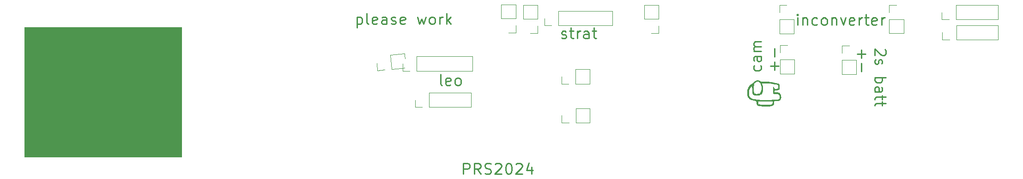
<source format=gbr>
%TF.GenerationSoftware,KiCad,Pcbnew,8.0.0*%
%TF.CreationDate,2024-10-27T16:20:46-07:00*%
%TF.ProjectId,sled,736c6564-2e6b-4696-9361-645f70636258,rev?*%
%TF.SameCoordinates,Original*%
%TF.FileFunction,Legend,Top*%
%TF.FilePolarity,Positive*%
%FSLAX46Y46*%
G04 Gerber Fmt 4.6, Leading zero omitted, Abs format (unit mm)*
G04 Created by KiCad (PCBNEW 8.0.0) date 2024-10-27 16:20:46*
%MOMM*%
%LPD*%
G01*
G04 APERTURE LIST*
G04 Aperture macros list*
%AMHorizOval*
0 Thick line with rounded ends*
0 $1 width*
0 $2 $3 position (X,Y) of the first rounded end (center of the circle)*
0 $4 $5 position (X,Y) of the second rounded end (center of the circle)*
0 Add line between two ends*
20,1,$1,$2,$3,$4,$5,0*
0 Add two circle primitives to create the rounded ends*
1,1,$1,$2,$3*
1,1,$1,$4,$5*%
%AMRotRect*
0 Rectangle, with rotation*
0 The origin of the aperture is its center*
0 $1 length*
0 $2 width*
0 $3 Rotation angle, in degrees counterclockwise*
0 Add horizontal line*
21,1,$1,$2,0,0,$3*%
G04 Aperture macros list end*
%ADD10C,0.250000*%
%ADD11C,0.100000*%
%ADD12C,0.000000*%
%ADD13C,0.120000*%
%ADD14R,1.700000X1.700000*%
%ADD15O,1.700000X1.700000*%
%ADD16C,3.400000*%
%ADD17C,1.000000*%
%ADD18C,2.500000*%
%ADD19RotRect,1.700000X1.700000X95.000000*%
%ADD20HorizOval,1.700000X0.000000X0.000000X0.000000X0.000000X0*%
G04 APERTURE END LIST*
D10*
X209987173Y-61045425D02*
X210082411Y-61140663D01*
X210082411Y-61140663D02*
X210177649Y-61331139D01*
X210177649Y-61331139D02*
X210177649Y-61807330D01*
X210177649Y-61807330D02*
X210082411Y-61997806D01*
X210082411Y-61997806D02*
X209987173Y-62093044D01*
X209987173Y-62093044D02*
X209796697Y-62188282D01*
X209796697Y-62188282D02*
X209606221Y-62188282D01*
X209606221Y-62188282D02*
X209320507Y-62093044D01*
X209320507Y-62093044D02*
X208177649Y-60950187D01*
X208177649Y-60950187D02*
X208177649Y-62188282D01*
X208272888Y-62950187D02*
X208177649Y-63140663D01*
X208177649Y-63140663D02*
X208177649Y-63521615D01*
X208177649Y-63521615D02*
X208272888Y-63712092D01*
X208272888Y-63712092D02*
X208463364Y-63807330D01*
X208463364Y-63807330D02*
X208558602Y-63807330D01*
X208558602Y-63807330D02*
X208749078Y-63712092D01*
X208749078Y-63712092D02*
X208844316Y-63521615D01*
X208844316Y-63521615D02*
X208844316Y-63235901D01*
X208844316Y-63235901D02*
X208939554Y-63045425D01*
X208939554Y-63045425D02*
X209130030Y-62950187D01*
X209130030Y-62950187D02*
X209225268Y-62950187D01*
X209225268Y-62950187D02*
X209415745Y-63045425D01*
X209415745Y-63045425D02*
X209510983Y-63235901D01*
X209510983Y-63235901D02*
X209510983Y-63521615D01*
X209510983Y-63521615D02*
X209415745Y-63712092D01*
X208177649Y-66188283D02*
X210177649Y-66188283D01*
X209415745Y-66188283D02*
X209510983Y-66378759D01*
X209510983Y-66378759D02*
X209510983Y-66759712D01*
X209510983Y-66759712D02*
X209415745Y-66950188D01*
X209415745Y-66950188D02*
X209320507Y-67045426D01*
X209320507Y-67045426D02*
X209130030Y-67140664D01*
X209130030Y-67140664D02*
X208558602Y-67140664D01*
X208558602Y-67140664D02*
X208368126Y-67045426D01*
X208368126Y-67045426D02*
X208272888Y-66950188D01*
X208272888Y-66950188D02*
X208177649Y-66759712D01*
X208177649Y-66759712D02*
X208177649Y-66378759D01*
X208177649Y-66378759D02*
X208272888Y-66188283D01*
X208177649Y-68854950D02*
X209225268Y-68854950D01*
X209225268Y-68854950D02*
X209415745Y-68759712D01*
X209415745Y-68759712D02*
X209510983Y-68569236D01*
X209510983Y-68569236D02*
X209510983Y-68188283D01*
X209510983Y-68188283D02*
X209415745Y-67997807D01*
X208272888Y-68854950D02*
X208177649Y-68664474D01*
X208177649Y-68664474D02*
X208177649Y-68188283D01*
X208177649Y-68188283D02*
X208272888Y-67997807D01*
X208272888Y-67997807D02*
X208463364Y-67902569D01*
X208463364Y-67902569D02*
X208653840Y-67902569D01*
X208653840Y-67902569D02*
X208844316Y-67997807D01*
X208844316Y-67997807D02*
X208939554Y-68188283D01*
X208939554Y-68188283D02*
X208939554Y-68664474D01*
X208939554Y-68664474D02*
X209034792Y-68854950D01*
X209510983Y-69521617D02*
X209510983Y-70283521D01*
X210177649Y-69807331D02*
X208463364Y-69807331D01*
X208463364Y-69807331D02*
X208272888Y-69902569D01*
X208272888Y-69902569D02*
X208177649Y-70093045D01*
X208177649Y-70093045D02*
X208177649Y-70283521D01*
X209510983Y-70664474D02*
X209510983Y-71426378D01*
X210177649Y-70950188D02*
X208463364Y-70950188D01*
X208463364Y-70950188D02*
X208272888Y-71045426D01*
X208272888Y-71045426D02*
X208177649Y-71235902D01*
X208177649Y-71235902D02*
X208177649Y-71426378D01*
X205719666Y-61140663D02*
X205719666Y-62664473D01*
X204957761Y-61902568D02*
X206481571Y-61902568D01*
X205719666Y-63616853D02*
X205719666Y-65140663D01*
X187197312Y-64038393D02*
X187292550Y-64228869D01*
X187292550Y-64228869D02*
X187292550Y-64609822D01*
X187292550Y-64609822D02*
X187197312Y-64800298D01*
X187197312Y-64800298D02*
X187102073Y-64895536D01*
X187102073Y-64895536D02*
X186911597Y-64990774D01*
X186911597Y-64990774D02*
X186340169Y-64990774D01*
X186340169Y-64990774D02*
X186149692Y-64895536D01*
X186149692Y-64895536D02*
X186054454Y-64800298D01*
X186054454Y-64800298D02*
X185959216Y-64609822D01*
X185959216Y-64609822D02*
X185959216Y-64228869D01*
X185959216Y-64228869D02*
X186054454Y-64038393D01*
X187292550Y-62324107D02*
X186244931Y-62324107D01*
X186244931Y-62324107D02*
X186054454Y-62419345D01*
X186054454Y-62419345D02*
X185959216Y-62609821D01*
X185959216Y-62609821D02*
X185959216Y-62990774D01*
X185959216Y-62990774D02*
X186054454Y-63181250D01*
X187197312Y-62324107D02*
X187292550Y-62514583D01*
X187292550Y-62514583D02*
X187292550Y-62990774D01*
X187292550Y-62990774D02*
X187197312Y-63181250D01*
X187197312Y-63181250D02*
X187006835Y-63276488D01*
X187006835Y-63276488D02*
X186816359Y-63276488D01*
X186816359Y-63276488D02*
X186625883Y-63181250D01*
X186625883Y-63181250D02*
X186530645Y-62990774D01*
X186530645Y-62990774D02*
X186530645Y-62514583D01*
X186530645Y-62514583D02*
X186435407Y-62324107D01*
X187292550Y-61371726D02*
X185959216Y-61371726D01*
X186149692Y-61371726D02*
X186054454Y-61276488D01*
X186054454Y-61276488D02*
X185959216Y-61086012D01*
X185959216Y-61086012D02*
X185959216Y-60800297D01*
X185959216Y-60800297D02*
X186054454Y-60609821D01*
X186054454Y-60609821D02*
X186244931Y-60514583D01*
X186244931Y-60514583D02*
X187292550Y-60514583D01*
X186244931Y-60514583D02*
X186054454Y-60419345D01*
X186054454Y-60419345D02*
X185959216Y-60228869D01*
X185959216Y-60228869D02*
X185959216Y-59943155D01*
X185959216Y-59943155D02*
X186054454Y-59752678D01*
X186054454Y-59752678D02*
X186244931Y-59657440D01*
X186244931Y-59657440D02*
X187292550Y-59657440D01*
X189750533Y-64895536D02*
X189750533Y-63371727D01*
X190512438Y-64133631D02*
X188988628Y-64133631D01*
X189750533Y-62419346D02*
X189750533Y-60895537D01*
X193970663Y-56592038D02*
X193970663Y-55258704D01*
X193970663Y-54592038D02*
X193875425Y-54687276D01*
X193875425Y-54687276D02*
X193970663Y-54782514D01*
X193970663Y-54782514D02*
X194065901Y-54687276D01*
X194065901Y-54687276D02*
X193970663Y-54592038D01*
X193970663Y-54592038D02*
X193970663Y-54782514D01*
X194923044Y-55258704D02*
X194923044Y-56592038D01*
X194923044Y-55449180D02*
X195018282Y-55353942D01*
X195018282Y-55353942D02*
X195208758Y-55258704D01*
X195208758Y-55258704D02*
X195494473Y-55258704D01*
X195494473Y-55258704D02*
X195684949Y-55353942D01*
X195684949Y-55353942D02*
X195780187Y-55544419D01*
X195780187Y-55544419D02*
X195780187Y-56592038D01*
X197589711Y-56496800D02*
X197399235Y-56592038D01*
X197399235Y-56592038D02*
X197018282Y-56592038D01*
X197018282Y-56592038D02*
X196827806Y-56496800D01*
X196827806Y-56496800D02*
X196732568Y-56401561D01*
X196732568Y-56401561D02*
X196637330Y-56211085D01*
X196637330Y-56211085D02*
X196637330Y-55639657D01*
X196637330Y-55639657D02*
X196732568Y-55449180D01*
X196732568Y-55449180D02*
X196827806Y-55353942D01*
X196827806Y-55353942D02*
X197018282Y-55258704D01*
X197018282Y-55258704D02*
X197399235Y-55258704D01*
X197399235Y-55258704D02*
X197589711Y-55353942D01*
X198732568Y-56592038D02*
X198542092Y-56496800D01*
X198542092Y-56496800D02*
X198446854Y-56401561D01*
X198446854Y-56401561D02*
X198351616Y-56211085D01*
X198351616Y-56211085D02*
X198351616Y-55639657D01*
X198351616Y-55639657D02*
X198446854Y-55449180D01*
X198446854Y-55449180D02*
X198542092Y-55353942D01*
X198542092Y-55353942D02*
X198732568Y-55258704D01*
X198732568Y-55258704D02*
X199018283Y-55258704D01*
X199018283Y-55258704D02*
X199208759Y-55353942D01*
X199208759Y-55353942D02*
X199303997Y-55449180D01*
X199303997Y-55449180D02*
X199399235Y-55639657D01*
X199399235Y-55639657D02*
X199399235Y-56211085D01*
X199399235Y-56211085D02*
X199303997Y-56401561D01*
X199303997Y-56401561D02*
X199208759Y-56496800D01*
X199208759Y-56496800D02*
X199018283Y-56592038D01*
X199018283Y-56592038D02*
X198732568Y-56592038D01*
X200256378Y-55258704D02*
X200256378Y-56592038D01*
X200256378Y-55449180D02*
X200351616Y-55353942D01*
X200351616Y-55353942D02*
X200542092Y-55258704D01*
X200542092Y-55258704D02*
X200827807Y-55258704D01*
X200827807Y-55258704D02*
X201018283Y-55353942D01*
X201018283Y-55353942D02*
X201113521Y-55544419D01*
X201113521Y-55544419D02*
X201113521Y-56592038D01*
X201875426Y-55258704D02*
X202351616Y-56592038D01*
X202351616Y-56592038D02*
X202827807Y-55258704D01*
X204351617Y-56496800D02*
X204161141Y-56592038D01*
X204161141Y-56592038D02*
X203780188Y-56592038D01*
X203780188Y-56592038D02*
X203589712Y-56496800D01*
X203589712Y-56496800D02*
X203494474Y-56306323D01*
X203494474Y-56306323D02*
X203494474Y-55544419D01*
X203494474Y-55544419D02*
X203589712Y-55353942D01*
X203589712Y-55353942D02*
X203780188Y-55258704D01*
X203780188Y-55258704D02*
X204161141Y-55258704D01*
X204161141Y-55258704D02*
X204351617Y-55353942D01*
X204351617Y-55353942D02*
X204446855Y-55544419D01*
X204446855Y-55544419D02*
X204446855Y-55734895D01*
X204446855Y-55734895D02*
X203494474Y-55925371D01*
X205303998Y-56592038D02*
X205303998Y-55258704D01*
X205303998Y-55639657D02*
X205399236Y-55449180D01*
X205399236Y-55449180D02*
X205494474Y-55353942D01*
X205494474Y-55353942D02*
X205684950Y-55258704D01*
X205684950Y-55258704D02*
X205875427Y-55258704D01*
X206256379Y-55258704D02*
X207018283Y-55258704D01*
X206542093Y-54592038D02*
X206542093Y-56306323D01*
X206542093Y-56306323D02*
X206637331Y-56496800D01*
X206637331Y-56496800D02*
X206827807Y-56592038D01*
X206827807Y-56592038D02*
X207018283Y-56592038D01*
X208446855Y-56496800D02*
X208256379Y-56592038D01*
X208256379Y-56592038D02*
X207875426Y-56592038D01*
X207875426Y-56592038D02*
X207684950Y-56496800D01*
X207684950Y-56496800D02*
X207589712Y-56306323D01*
X207589712Y-56306323D02*
X207589712Y-55544419D01*
X207589712Y-55544419D02*
X207684950Y-55353942D01*
X207684950Y-55353942D02*
X207875426Y-55258704D01*
X207875426Y-55258704D02*
X208256379Y-55258704D01*
X208256379Y-55258704D02*
X208446855Y-55353942D01*
X208446855Y-55353942D02*
X208542093Y-55544419D01*
X208542093Y-55544419D02*
X208542093Y-55734895D01*
X208542093Y-55734895D02*
X207589712Y-55925371D01*
X209399236Y-56592038D02*
X209399236Y-55258704D01*
X209399236Y-55639657D02*
X209494474Y-55449180D01*
X209494474Y-55449180D02*
X209589712Y-55353942D01*
X209589712Y-55353942D02*
X209780188Y-55258704D01*
X209780188Y-55258704D02*
X209970665Y-55258704D01*
X150745425Y-58947000D02*
X150935901Y-59042238D01*
X150935901Y-59042238D02*
X151316853Y-59042238D01*
X151316853Y-59042238D02*
X151507330Y-58947000D01*
X151507330Y-58947000D02*
X151602568Y-58756523D01*
X151602568Y-58756523D02*
X151602568Y-58661285D01*
X151602568Y-58661285D02*
X151507330Y-58470809D01*
X151507330Y-58470809D02*
X151316853Y-58375571D01*
X151316853Y-58375571D02*
X151031139Y-58375571D01*
X151031139Y-58375571D02*
X150840663Y-58280333D01*
X150840663Y-58280333D02*
X150745425Y-58089857D01*
X150745425Y-58089857D02*
X150745425Y-57994619D01*
X150745425Y-57994619D02*
X150840663Y-57804142D01*
X150840663Y-57804142D02*
X151031139Y-57708904D01*
X151031139Y-57708904D02*
X151316853Y-57708904D01*
X151316853Y-57708904D02*
X151507330Y-57804142D01*
X152173997Y-57708904D02*
X152935901Y-57708904D01*
X152459711Y-57042238D02*
X152459711Y-58756523D01*
X152459711Y-58756523D02*
X152554949Y-58947000D01*
X152554949Y-58947000D02*
X152745425Y-59042238D01*
X152745425Y-59042238D02*
X152935901Y-59042238D01*
X153602568Y-59042238D02*
X153602568Y-57708904D01*
X153602568Y-58089857D02*
X153697806Y-57899380D01*
X153697806Y-57899380D02*
X153793044Y-57804142D01*
X153793044Y-57804142D02*
X153983520Y-57708904D01*
X153983520Y-57708904D02*
X154173997Y-57708904D01*
X155697806Y-59042238D02*
X155697806Y-57994619D01*
X155697806Y-57994619D02*
X155602568Y-57804142D01*
X155602568Y-57804142D02*
X155412092Y-57708904D01*
X155412092Y-57708904D02*
X155031139Y-57708904D01*
X155031139Y-57708904D02*
X154840663Y-57804142D01*
X155697806Y-58947000D02*
X155507330Y-59042238D01*
X155507330Y-59042238D02*
X155031139Y-59042238D01*
X155031139Y-59042238D02*
X154840663Y-58947000D01*
X154840663Y-58947000D02*
X154745425Y-58756523D01*
X154745425Y-58756523D02*
X154745425Y-58566047D01*
X154745425Y-58566047D02*
X154840663Y-58375571D01*
X154840663Y-58375571D02*
X155031139Y-58280333D01*
X155031139Y-58280333D02*
X155507330Y-58280333D01*
X155507330Y-58280333D02*
X155697806Y-58185095D01*
X156364473Y-57708904D02*
X157126377Y-57708904D01*
X156650187Y-57042238D02*
X156650187Y-58756523D01*
X156650187Y-58756523D02*
X156745425Y-58947000D01*
X156745425Y-58947000D02*
X156935901Y-59042238D01*
X156935901Y-59042238D02*
X157126377Y-59042238D01*
X128826377Y-67642238D02*
X128635901Y-67547000D01*
X128635901Y-67547000D02*
X128540663Y-67356523D01*
X128540663Y-67356523D02*
X128540663Y-65642238D01*
X130350187Y-67547000D02*
X130159711Y-67642238D01*
X130159711Y-67642238D02*
X129778758Y-67642238D01*
X129778758Y-67642238D02*
X129588282Y-67547000D01*
X129588282Y-67547000D02*
X129493044Y-67356523D01*
X129493044Y-67356523D02*
X129493044Y-66594619D01*
X129493044Y-66594619D02*
X129588282Y-66404142D01*
X129588282Y-66404142D02*
X129778758Y-66308904D01*
X129778758Y-66308904D02*
X130159711Y-66308904D01*
X130159711Y-66308904D02*
X130350187Y-66404142D01*
X130350187Y-66404142D02*
X130445425Y-66594619D01*
X130445425Y-66594619D02*
X130445425Y-66785095D01*
X130445425Y-66785095D02*
X129493044Y-66975571D01*
X131588282Y-67642238D02*
X131397806Y-67547000D01*
X131397806Y-67547000D02*
X131302568Y-67451761D01*
X131302568Y-67451761D02*
X131207330Y-67261285D01*
X131207330Y-67261285D02*
X131207330Y-66689857D01*
X131207330Y-66689857D02*
X131302568Y-66499380D01*
X131302568Y-66499380D02*
X131397806Y-66404142D01*
X131397806Y-66404142D02*
X131588282Y-66308904D01*
X131588282Y-66308904D02*
X131873997Y-66308904D01*
X131873997Y-66308904D02*
X132064473Y-66404142D01*
X132064473Y-66404142D02*
X132159711Y-66499380D01*
X132159711Y-66499380D02*
X132254949Y-66689857D01*
X132254949Y-66689857D02*
X132254949Y-67261285D01*
X132254949Y-67261285D02*
X132159711Y-67451761D01*
X132159711Y-67451761D02*
X132064473Y-67547000D01*
X132064473Y-67547000D02*
X131873997Y-67642238D01*
X131873997Y-67642238D02*
X131588282Y-67642238D01*
D11*
X52300000Y-57000000D02*
X81100000Y-57000000D01*
X81100000Y-80800000D01*
X52300000Y-80800000D01*
X52300000Y-57000000D01*
G36*
X52300000Y-57000000D02*
G01*
X81100000Y-57000000D01*
X81100000Y-80800000D01*
X52300000Y-80800000D01*
X52300000Y-57000000D01*
G37*
D10*
X113240663Y-55108904D02*
X113240663Y-57108904D01*
X113240663Y-55204142D02*
X113431139Y-55108904D01*
X113431139Y-55108904D02*
X113812092Y-55108904D01*
X113812092Y-55108904D02*
X114002568Y-55204142D01*
X114002568Y-55204142D02*
X114097806Y-55299380D01*
X114097806Y-55299380D02*
X114193044Y-55489857D01*
X114193044Y-55489857D02*
X114193044Y-56061285D01*
X114193044Y-56061285D02*
X114097806Y-56251761D01*
X114097806Y-56251761D02*
X114002568Y-56347000D01*
X114002568Y-56347000D02*
X113812092Y-56442238D01*
X113812092Y-56442238D02*
X113431139Y-56442238D01*
X113431139Y-56442238D02*
X113240663Y-56347000D01*
X115335901Y-56442238D02*
X115145425Y-56347000D01*
X115145425Y-56347000D02*
X115050187Y-56156523D01*
X115050187Y-56156523D02*
X115050187Y-54442238D01*
X116859711Y-56347000D02*
X116669235Y-56442238D01*
X116669235Y-56442238D02*
X116288282Y-56442238D01*
X116288282Y-56442238D02*
X116097806Y-56347000D01*
X116097806Y-56347000D02*
X116002568Y-56156523D01*
X116002568Y-56156523D02*
X116002568Y-55394619D01*
X116002568Y-55394619D02*
X116097806Y-55204142D01*
X116097806Y-55204142D02*
X116288282Y-55108904D01*
X116288282Y-55108904D02*
X116669235Y-55108904D01*
X116669235Y-55108904D02*
X116859711Y-55204142D01*
X116859711Y-55204142D02*
X116954949Y-55394619D01*
X116954949Y-55394619D02*
X116954949Y-55585095D01*
X116954949Y-55585095D02*
X116002568Y-55775571D01*
X118669235Y-56442238D02*
X118669235Y-55394619D01*
X118669235Y-55394619D02*
X118573997Y-55204142D01*
X118573997Y-55204142D02*
X118383521Y-55108904D01*
X118383521Y-55108904D02*
X118002568Y-55108904D01*
X118002568Y-55108904D02*
X117812092Y-55204142D01*
X118669235Y-56347000D02*
X118478759Y-56442238D01*
X118478759Y-56442238D02*
X118002568Y-56442238D01*
X118002568Y-56442238D02*
X117812092Y-56347000D01*
X117812092Y-56347000D02*
X117716854Y-56156523D01*
X117716854Y-56156523D02*
X117716854Y-55966047D01*
X117716854Y-55966047D02*
X117812092Y-55775571D01*
X117812092Y-55775571D02*
X118002568Y-55680333D01*
X118002568Y-55680333D02*
X118478759Y-55680333D01*
X118478759Y-55680333D02*
X118669235Y-55585095D01*
X119526378Y-56347000D02*
X119716854Y-56442238D01*
X119716854Y-56442238D02*
X120097806Y-56442238D01*
X120097806Y-56442238D02*
X120288283Y-56347000D01*
X120288283Y-56347000D02*
X120383521Y-56156523D01*
X120383521Y-56156523D02*
X120383521Y-56061285D01*
X120383521Y-56061285D02*
X120288283Y-55870809D01*
X120288283Y-55870809D02*
X120097806Y-55775571D01*
X120097806Y-55775571D02*
X119812092Y-55775571D01*
X119812092Y-55775571D02*
X119621616Y-55680333D01*
X119621616Y-55680333D02*
X119526378Y-55489857D01*
X119526378Y-55489857D02*
X119526378Y-55394619D01*
X119526378Y-55394619D02*
X119621616Y-55204142D01*
X119621616Y-55204142D02*
X119812092Y-55108904D01*
X119812092Y-55108904D02*
X120097806Y-55108904D01*
X120097806Y-55108904D02*
X120288283Y-55204142D01*
X122002569Y-56347000D02*
X121812093Y-56442238D01*
X121812093Y-56442238D02*
X121431140Y-56442238D01*
X121431140Y-56442238D02*
X121240664Y-56347000D01*
X121240664Y-56347000D02*
X121145426Y-56156523D01*
X121145426Y-56156523D02*
X121145426Y-55394619D01*
X121145426Y-55394619D02*
X121240664Y-55204142D01*
X121240664Y-55204142D02*
X121431140Y-55108904D01*
X121431140Y-55108904D02*
X121812093Y-55108904D01*
X121812093Y-55108904D02*
X122002569Y-55204142D01*
X122002569Y-55204142D02*
X122097807Y-55394619D01*
X122097807Y-55394619D02*
X122097807Y-55585095D01*
X122097807Y-55585095D02*
X121145426Y-55775571D01*
X124288284Y-55108904D02*
X124669236Y-56442238D01*
X124669236Y-56442238D02*
X125050189Y-55489857D01*
X125050189Y-55489857D02*
X125431141Y-56442238D01*
X125431141Y-56442238D02*
X125812093Y-55108904D01*
X126859712Y-56442238D02*
X126669236Y-56347000D01*
X126669236Y-56347000D02*
X126573998Y-56251761D01*
X126573998Y-56251761D02*
X126478760Y-56061285D01*
X126478760Y-56061285D02*
X126478760Y-55489857D01*
X126478760Y-55489857D02*
X126573998Y-55299380D01*
X126573998Y-55299380D02*
X126669236Y-55204142D01*
X126669236Y-55204142D02*
X126859712Y-55108904D01*
X126859712Y-55108904D02*
X127145427Y-55108904D01*
X127145427Y-55108904D02*
X127335903Y-55204142D01*
X127335903Y-55204142D02*
X127431141Y-55299380D01*
X127431141Y-55299380D02*
X127526379Y-55489857D01*
X127526379Y-55489857D02*
X127526379Y-56061285D01*
X127526379Y-56061285D02*
X127431141Y-56251761D01*
X127431141Y-56251761D02*
X127335903Y-56347000D01*
X127335903Y-56347000D02*
X127145427Y-56442238D01*
X127145427Y-56442238D02*
X126859712Y-56442238D01*
X128383522Y-56442238D02*
X128383522Y-55108904D01*
X128383522Y-55489857D02*
X128478760Y-55299380D01*
X128478760Y-55299380D02*
X128573998Y-55204142D01*
X128573998Y-55204142D02*
X128764474Y-55108904D01*
X128764474Y-55108904D02*
X128954951Y-55108904D01*
X129621617Y-56442238D02*
X129621617Y-54442238D01*
X129812093Y-55680333D02*
X130383522Y-56442238D01*
X130383522Y-55108904D02*
X129621617Y-55870809D01*
X132740663Y-83942238D02*
X132740663Y-81942238D01*
X132740663Y-81942238D02*
X133502568Y-81942238D01*
X133502568Y-81942238D02*
X133693044Y-82037476D01*
X133693044Y-82037476D02*
X133788282Y-82132714D01*
X133788282Y-82132714D02*
X133883520Y-82323190D01*
X133883520Y-82323190D02*
X133883520Y-82608904D01*
X133883520Y-82608904D02*
X133788282Y-82799380D01*
X133788282Y-82799380D02*
X133693044Y-82894619D01*
X133693044Y-82894619D02*
X133502568Y-82989857D01*
X133502568Y-82989857D02*
X132740663Y-82989857D01*
X135883520Y-83942238D02*
X135216853Y-82989857D01*
X134740663Y-83942238D02*
X134740663Y-81942238D01*
X134740663Y-81942238D02*
X135502568Y-81942238D01*
X135502568Y-81942238D02*
X135693044Y-82037476D01*
X135693044Y-82037476D02*
X135788282Y-82132714D01*
X135788282Y-82132714D02*
X135883520Y-82323190D01*
X135883520Y-82323190D02*
X135883520Y-82608904D01*
X135883520Y-82608904D02*
X135788282Y-82799380D01*
X135788282Y-82799380D02*
X135693044Y-82894619D01*
X135693044Y-82894619D02*
X135502568Y-82989857D01*
X135502568Y-82989857D02*
X134740663Y-82989857D01*
X136645425Y-83847000D02*
X136931139Y-83942238D01*
X136931139Y-83942238D02*
X137407330Y-83942238D01*
X137407330Y-83942238D02*
X137597806Y-83847000D01*
X137597806Y-83847000D02*
X137693044Y-83751761D01*
X137693044Y-83751761D02*
X137788282Y-83561285D01*
X137788282Y-83561285D02*
X137788282Y-83370809D01*
X137788282Y-83370809D02*
X137693044Y-83180333D01*
X137693044Y-83180333D02*
X137597806Y-83085095D01*
X137597806Y-83085095D02*
X137407330Y-82989857D01*
X137407330Y-82989857D02*
X137026377Y-82894619D01*
X137026377Y-82894619D02*
X136835901Y-82799380D01*
X136835901Y-82799380D02*
X136740663Y-82704142D01*
X136740663Y-82704142D02*
X136645425Y-82513666D01*
X136645425Y-82513666D02*
X136645425Y-82323190D01*
X136645425Y-82323190D02*
X136740663Y-82132714D01*
X136740663Y-82132714D02*
X136835901Y-82037476D01*
X136835901Y-82037476D02*
X137026377Y-81942238D01*
X137026377Y-81942238D02*
X137502568Y-81942238D01*
X137502568Y-81942238D02*
X137788282Y-82037476D01*
X138550187Y-82132714D02*
X138645425Y-82037476D01*
X138645425Y-82037476D02*
X138835901Y-81942238D01*
X138835901Y-81942238D02*
X139312092Y-81942238D01*
X139312092Y-81942238D02*
X139502568Y-82037476D01*
X139502568Y-82037476D02*
X139597806Y-82132714D01*
X139597806Y-82132714D02*
X139693044Y-82323190D01*
X139693044Y-82323190D02*
X139693044Y-82513666D01*
X139693044Y-82513666D02*
X139597806Y-82799380D01*
X139597806Y-82799380D02*
X138454949Y-83942238D01*
X138454949Y-83942238D02*
X139693044Y-83942238D01*
X140931139Y-81942238D02*
X141121616Y-81942238D01*
X141121616Y-81942238D02*
X141312092Y-82037476D01*
X141312092Y-82037476D02*
X141407330Y-82132714D01*
X141407330Y-82132714D02*
X141502568Y-82323190D01*
X141502568Y-82323190D02*
X141597806Y-82704142D01*
X141597806Y-82704142D02*
X141597806Y-83180333D01*
X141597806Y-83180333D02*
X141502568Y-83561285D01*
X141502568Y-83561285D02*
X141407330Y-83751761D01*
X141407330Y-83751761D02*
X141312092Y-83847000D01*
X141312092Y-83847000D02*
X141121616Y-83942238D01*
X141121616Y-83942238D02*
X140931139Y-83942238D01*
X140931139Y-83942238D02*
X140740663Y-83847000D01*
X140740663Y-83847000D02*
X140645425Y-83751761D01*
X140645425Y-83751761D02*
X140550187Y-83561285D01*
X140550187Y-83561285D02*
X140454949Y-83180333D01*
X140454949Y-83180333D02*
X140454949Y-82704142D01*
X140454949Y-82704142D02*
X140550187Y-82323190D01*
X140550187Y-82323190D02*
X140645425Y-82132714D01*
X140645425Y-82132714D02*
X140740663Y-82037476D01*
X140740663Y-82037476D02*
X140931139Y-81942238D01*
X142359711Y-82132714D02*
X142454949Y-82037476D01*
X142454949Y-82037476D02*
X142645425Y-81942238D01*
X142645425Y-81942238D02*
X143121616Y-81942238D01*
X143121616Y-81942238D02*
X143312092Y-82037476D01*
X143312092Y-82037476D02*
X143407330Y-82132714D01*
X143407330Y-82132714D02*
X143502568Y-82323190D01*
X143502568Y-82323190D02*
X143502568Y-82513666D01*
X143502568Y-82513666D02*
X143407330Y-82799380D01*
X143407330Y-82799380D02*
X142264473Y-83942238D01*
X142264473Y-83942238D02*
X143502568Y-83942238D01*
X145216854Y-82608904D02*
X145216854Y-83942238D01*
X144740663Y-81847000D02*
X144264473Y-83275571D01*
X144264473Y-83275571D02*
X145502568Y-83275571D01*
D12*
%TO.C,G\u002A\u002A\u002A*%
G36*
X186802256Y-66741836D02*
G01*
X187032864Y-66804462D01*
X187096163Y-66832175D01*
X187196831Y-66884392D01*
X187270891Y-66931442D01*
X187304344Y-66964258D01*
X187304994Y-66967437D01*
X187321111Y-66979951D01*
X187373241Y-66987985D01*
X187467052Y-66991674D01*
X187608216Y-66991154D01*
X187802399Y-66986560D01*
X187931486Y-66982427D01*
X188148996Y-66975504D01*
X188318204Y-66972010D01*
X188452625Y-66972694D01*
X188565775Y-66978306D01*
X188671169Y-66989594D01*
X188782323Y-67007308D01*
X188912752Y-67032195D01*
X188944702Y-67038573D01*
X189118756Y-67072196D01*
X189330736Y-67111229D01*
X189557437Y-67151501D01*
X189775655Y-67188842D01*
X189841900Y-67199819D01*
X190108407Y-67248198D01*
X190318286Y-67297263D01*
X190476771Y-67348869D01*
X190589098Y-67404875D01*
X190660504Y-67467138D01*
X190680465Y-67497288D01*
X190696536Y-67555274D01*
X190711650Y-67659146D01*
X190723873Y-67792922D01*
X190730134Y-67907256D01*
X190733535Y-68101841D01*
X190723106Y-68246191D01*
X190693901Y-68351305D01*
X190640971Y-68428184D01*
X190559370Y-68487827D01*
X190445189Y-68540816D01*
X190296736Y-68589644D01*
X190146925Y-68611276D01*
X190035262Y-68613790D01*
X189917170Y-68614834D01*
X189848566Y-68622447D01*
X189817187Y-68639289D01*
X189810622Y-68662499D01*
X189805478Y-68726660D01*
X189793393Y-68815210D01*
X189791898Y-68824407D01*
X189773515Y-68935537D01*
X190140290Y-68955074D01*
X190346022Y-68968377D01*
X190500221Y-68985306D01*
X190613223Y-69008933D01*
X190695369Y-69042333D01*
X190756996Y-69088580D01*
X190808445Y-69150748D01*
X190811055Y-69154503D01*
X190934701Y-69379418D01*
X190997904Y-69610855D01*
X191001239Y-69853103D01*
X190945281Y-70110451D01*
X190940994Y-70123618D01*
X190896142Y-70243013D01*
X190848315Y-70344515D01*
X190806714Y-70409001D01*
X190800758Y-70415056D01*
X190745705Y-70441493D01*
X190642688Y-70471183D01*
X190505358Y-70501697D01*
X190347368Y-70530609D01*
X190182366Y-70555490D01*
X190024005Y-70573911D01*
X189885936Y-70583446D01*
X189849635Y-70584217D01*
X189718149Y-70585018D01*
X189717121Y-70840256D01*
X189714225Y-70973710D01*
X189703832Y-71065358D01*
X189681440Y-71135196D01*
X189642547Y-71203222D01*
X189631796Y-71219245D01*
X189545942Y-71318378D01*
X189433670Y-71395945D01*
X189285427Y-71456170D01*
X189091658Y-71503277D01*
X188928894Y-71529990D01*
X188789214Y-71547171D01*
X188647426Y-71558339D01*
X188494794Y-71563299D01*
X188484775Y-71563215D01*
X188322580Y-71561859D01*
X188122047Y-71553828D01*
X187884458Y-71539011D01*
X187601077Y-71517216D01*
X187338729Y-71494907D01*
X187091534Y-71470089D01*
X186898898Y-71440394D01*
X186753505Y-71400245D01*
X186648041Y-71344062D01*
X186575191Y-71266267D01*
X186527643Y-71161281D01*
X186498081Y-71023526D01*
X186479192Y-70847424D01*
X186478499Y-70838806D01*
X186477544Y-70831962D01*
X186779050Y-70831962D01*
X186787640Y-70953274D01*
X186820377Y-71037302D01*
X186887714Y-71094882D01*
X187000100Y-71136850D01*
X187094785Y-71159316D01*
X187263203Y-71187282D01*
X187477774Y-71211316D01*
X187722857Y-71230690D01*
X187982811Y-71244679D01*
X188241998Y-71252553D01*
X188484775Y-71253586D01*
X188695503Y-71247049D01*
X188803864Y-71238809D01*
X188992999Y-71217727D01*
X189130343Y-71196748D01*
X189225905Y-71172855D01*
X189289690Y-71143033D01*
X189331706Y-71104268D01*
X189351573Y-71073771D01*
X189376189Y-71005792D01*
X189400220Y-70903497D01*
X189418898Y-70793055D01*
X189427457Y-70700634D01*
X189425922Y-70665702D01*
X189395198Y-70654998D01*
X189316436Y-70648879D01*
X189203352Y-70648058D01*
X189128864Y-70650233D01*
X189025212Y-70653109D01*
X188869860Y-70655522D01*
X188672980Y-70657403D01*
X188444747Y-70658688D01*
X188362151Y-70658894D01*
X188195333Y-70659309D01*
X187934914Y-70659200D01*
X187807735Y-70658864D01*
X186779050Y-70655365D01*
X186779050Y-70831962D01*
X186477544Y-70831962D01*
X186457634Y-70689326D01*
X186419760Y-70592398D01*
X186359310Y-70539767D01*
X186270717Y-70523174D01*
X186265658Y-70523143D01*
X186179424Y-70513031D01*
X186051268Y-70485739D01*
X185897198Y-70445828D01*
X185733220Y-70397859D01*
X185575342Y-70346395D01*
X185439572Y-70295996D01*
X185382359Y-70271419D01*
X185223197Y-70185553D01*
X185097747Y-70084770D01*
X184990959Y-69953963D01*
X184887784Y-69778024D01*
X184884415Y-69771560D01*
X184846821Y-69697261D01*
X184819842Y-69633710D01*
X184801426Y-69568292D01*
X184789522Y-69488389D01*
X184782081Y-69381385D01*
X184780250Y-69327968D01*
X185089269Y-69327968D01*
X185098656Y-69449087D01*
X185121930Y-69547802D01*
X185161941Y-69637194D01*
X185221541Y-69730342D01*
X185286373Y-69817840D01*
X185396528Y-69932907D01*
X185541390Y-70032231D01*
X185724414Y-70116595D01*
X185949053Y-70186779D01*
X186218761Y-70243565D01*
X186536991Y-70287734D01*
X186907197Y-70320067D01*
X187332833Y-70341346D01*
X187636701Y-70349539D01*
X188000656Y-70354197D01*
X188362151Y-70354256D01*
X188715547Y-70350032D01*
X189055206Y-70341837D01*
X189375488Y-70329988D01*
X189670755Y-70314797D01*
X189935366Y-70296579D01*
X190163683Y-70275649D01*
X190350068Y-70252320D01*
X190488880Y-70226908D01*
X190574481Y-70199725D01*
X190596450Y-70184590D01*
X190665668Y-70062109D01*
X190700367Y-69905097D01*
X190699673Y-69730946D01*
X190662716Y-69557050D01*
X190631811Y-69478716D01*
X190563618Y-69361228D01*
X190483674Y-69292428D01*
X190377387Y-69264922D01*
X190230167Y-69271316D01*
X190224084Y-69272064D01*
X190113438Y-69277648D01*
X189978711Y-69272491D01*
X189835709Y-69258713D01*
X189700241Y-69238432D01*
X189588113Y-69213770D01*
X189515133Y-69186846D01*
X189499552Y-69174896D01*
X189485108Y-69138409D01*
X189479989Y-69069074D01*
X189484246Y-68958079D01*
X189497932Y-68796611D01*
X189502028Y-68755284D01*
X189520680Y-68484652D01*
X189521081Y-68235097D01*
X189503576Y-68020869D01*
X189481254Y-67901157D01*
X189476296Y-67842840D01*
X189498065Y-67829106D01*
X189539555Y-67852670D01*
X189593760Y-67906244D01*
X189653673Y-67982541D01*
X189712288Y-68074273D01*
X189762600Y-68174153D01*
X189776353Y-68208098D01*
X189802919Y-68257342D01*
X189847495Y-68286647D01*
X189927964Y-68305139D01*
X189980688Y-68312369D01*
X190128339Y-68314963D01*
X190268382Y-68289727D01*
X190383842Y-68241784D01*
X190457745Y-68176255D01*
X190463419Y-68166704D01*
X190479999Y-68093331D01*
X190481414Y-67969414D01*
X190474636Y-67872661D01*
X190461551Y-67752250D01*
X190445622Y-67676957D01*
X190420087Y-67630147D01*
X190378186Y-67595187D01*
X190356210Y-67581333D01*
X190261845Y-67542167D01*
X190134120Y-67524309D01*
X190054621Y-67522284D01*
X189922084Y-67514530D01*
X189791632Y-67494597D01*
X189714304Y-67474111D01*
X189620056Y-67447050D01*
X189488498Y-67417358D01*
X189343691Y-67390312D01*
X189300487Y-67383384D01*
X189137998Y-67358293D01*
X188963459Y-67331046D01*
X188810703Y-67306927D01*
X188790012Y-67303626D01*
X188706977Y-67295414D01*
X188583310Y-67289545D01*
X188430433Y-67285919D01*
X188259767Y-67284438D01*
X188082735Y-67285002D01*
X187910758Y-67287514D01*
X187755256Y-67291873D01*
X187627652Y-67297982D01*
X187539367Y-67305740D01*
X187502066Y-67314783D01*
X187505479Y-67346243D01*
X187521813Y-67422068D01*
X187547715Y-67526926D01*
X187552587Y-67545619D01*
X187582796Y-67674496D01*
X187616238Y-67839008D01*
X187647866Y-68013472D01*
X187663568Y-68110268D01*
X187692487Y-68371110D01*
X187690536Y-68592911D01*
X187656151Y-68791122D01*
X187587768Y-68981199D01*
X187571991Y-69015193D01*
X187496804Y-69156188D01*
X187421378Y-69255015D01*
X187329735Y-69329344D01*
X187243989Y-69377997D01*
X187083454Y-69453447D01*
X186942952Y-69501238D01*
X186798281Y-69526906D01*
X186625242Y-69535987D01*
X186552013Y-69536264D01*
X186524238Y-69535813D01*
X186361715Y-69533176D01*
X186220277Y-69523627D01*
X186114760Y-69504264D01*
X186032228Y-69471732D01*
X185959742Y-69422676D01*
X185897469Y-69366552D01*
X185833567Y-69300919D01*
X185790727Y-69241437D01*
X185760933Y-69170229D01*
X185736174Y-69069418D01*
X185715571Y-68960780D01*
X185688932Y-68761693D01*
X185671777Y-68518031D01*
X185665564Y-68259511D01*
X185938227Y-68259511D01*
X185944171Y-68533385D01*
X185965303Y-68752666D01*
X186003862Y-68923269D01*
X186062086Y-69051106D01*
X186142211Y-69142091D01*
X186246476Y-69202137D01*
X186301951Y-69220662D01*
X186524238Y-69252591D01*
X186738136Y-69227297D01*
X186935099Y-69149434D01*
X187106584Y-69023656D01*
X187244047Y-68854616D01*
X187335466Y-68657806D01*
X187376963Y-68458801D01*
X187387238Y-68221864D01*
X187366722Y-67962226D01*
X187315848Y-67695122D01*
X187307223Y-67661389D01*
X187234057Y-67434568D01*
X187146895Y-67262384D01*
X187041714Y-67138407D01*
X186934559Y-67065834D01*
X186827632Y-67023460D01*
X186720654Y-66998787D01*
X186685755Y-66996224D01*
X186554526Y-67019258D01*
X186409657Y-67080238D01*
X186273783Y-67166979D01*
X186169535Y-67267299D01*
X186160864Y-67278786D01*
X186072336Y-67442205D01*
X186004441Y-67655241D01*
X185959322Y-67908462D01*
X185939120Y-68192438D01*
X185938227Y-68259511D01*
X185665564Y-68259511D01*
X185665252Y-68246529D01*
X185665223Y-68226005D01*
X185663764Y-68065987D01*
X185659704Y-67930539D01*
X185653590Y-67830433D01*
X185645969Y-67776442D01*
X185642083Y-67770057D01*
X185587554Y-67795907D01*
X185513223Y-67864114D01*
X185428938Y-67962723D01*
X185344542Y-68079778D01*
X185269883Y-68203327D01*
X185244520Y-68252778D01*
X185199118Y-68349066D01*
X185166487Y-68428829D01*
X185143761Y-68506289D01*
X185128072Y-68595668D01*
X185116557Y-68711187D01*
X185106348Y-68867067D01*
X185100749Y-68966194D01*
X185090916Y-69171363D01*
X185089269Y-69327968D01*
X184780250Y-69327968D01*
X184777051Y-69234663D01*
X184773601Y-69089822D01*
X184770530Y-68873929D01*
X184774320Y-68704164D01*
X184787967Y-68564903D01*
X184814466Y-68440518D01*
X184856812Y-68315385D01*
X184918002Y-68173878D01*
X184970329Y-68063581D01*
X185104401Y-67824010D01*
X185255546Y-67620510D01*
X185417167Y-67459995D01*
X185582665Y-67349379D01*
X185692821Y-67306519D01*
X185783046Y-67266083D01*
X185880040Y-67187472D01*
X185970250Y-67091222D01*
X186157494Y-66915547D01*
X186360974Y-66798206D01*
X186577093Y-66740027D01*
X186802256Y-66741836D01*
G37*
D13*
%TO.C,SW1*%
X220498200Y-59292800D02*
X220498200Y-57962800D01*
X221828200Y-59292800D02*
X220498200Y-59292800D01*
X223098200Y-56632800D02*
X230778200Y-56632800D01*
X223098200Y-59292800D02*
X223098200Y-56632800D01*
X223098200Y-59292800D02*
X230778200Y-59292800D01*
X230778200Y-59292800D02*
X230778200Y-56632800D01*
%TO.C,J11*%
X150734800Y-74537800D02*
X150734800Y-73207800D01*
X152064800Y-74537800D02*
X150734800Y-74537800D01*
X153334800Y-71877800D02*
X155934800Y-71877800D01*
X153334800Y-74537800D02*
X153334800Y-71877800D01*
X153334800Y-74537800D02*
X155934800Y-74537800D01*
X155934800Y-74537800D02*
X155934800Y-71877800D01*
%TO.C,J2*%
X123866600Y-71662600D02*
X123866600Y-70332600D01*
X125196600Y-71662600D02*
X123866600Y-71662600D01*
X126466600Y-69002600D02*
X134146600Y-69002600D01*
X126466600Y-71662600D02*
X126466600Y-69002600D01*
X126466600Y-71662600D02*
X134146600Y-71662600D01*
X134146600Y-71662600D02*
X134146600Y-69002600D01*
%TO.C,J1*%
X121585600Y-65002800D02*
X121585600Y-63672800D01*
X122915600Y-65002800D02*
X121585600Y-65002800D01*
X124185600Y-62342800D02*
X134405600Y-62342800D01*
X124185600Y-65002800D02*
X124185600Y-62342800D01*
X124185600Y-65002800D02*
X134405600Y-65002800D01*
X134405600Y-65002800D02*
X134405600Y-62342800D01*
%TO.C,J10*%
X210785400Y-52919400D02*
X212115400Y-52919400D01*
X210785400Y-54249400D02*
X210785400Y-52919400D01*
X210785400Y-55519400D02*
X210785400Y-58119400D01*
X210785400Y-55519400D02*
X213445400Y-55519400D01*
X210785400Y-58119400D02*
X213445400Y-58119400D01*
X213445400Y-55519400D02*
X213445400Y-58119400D01*
%TO.C,J5*%
X150709400Y-67400400D02*
X150709400Y-66070400D01*
X152039400Y-67400400D02*
X150709400Y-67400400D01*
X153309400Y-64740400D02*
X155909400Y-64740400D01*
X153309400Y-67400400D02*
X153309400Y-64740400D01*
X153309400Y-67400400D02*
X155909400Y-67400400D01*
X155909400Y-67400400D02*
X155909400Y-64740400D01*
%TO.C,BT3*%
X139670000Y-55416200D02*
X139670000Y-52816200D01*
X142330000Y-52816200D02*
X139670000Y-52816200D01*
X142330000Y-55416200D02*
X139670000Y-55416200D01*
X142330000Y-55416200D02*
X142330000Y-52816200D01*
X142330000Y-56686200D02*
X142330000Y-58016200D01*
X142330000Y-58016200D02*
X141000000Y-58016200D01*
%TO.C,J4*%
X147572000Y-56676600D02*
X147572000Y-55346600D01*
X148902000Y-56676600D02*
X147572000Y-56676600D01*
X150172000Y-54016600D02*
X160078000Y-54016600D01*
X150172000Y-56676600D02*
X150172000Y-54016600D01*
X150172000Y-56676600D02*
X160078000Y-56676600D01*
X160078000Y-56676600D02*
X160078000Y-54016600D01*
%TO.C,BT1*%
X202124000Y-60412400D02*
X203454000Y-60412400D01*
X202124000Y-61742400D02*
X202124000Y-60412400D01*
X202124000Y-63012400D02*
X202124000Y-65612400D01*
X202124000Y-63012400D02*
X204784000Y-63012400D01*
X202124000Y-65612400D02*
X204784000Y-65612400D01*
X204784000Y-63012400D02*
X204784000Y-65612400D01*
%TO.C,J9*%
X190670000Y-52949800D02*
X192000000Y-52949800D01*
X190670000Y-54279800D02*
X190670000Y-52949800D01*
X190670000Y-55549800D02*
X190670000Y-58149800D01*
X190670000Y-55549800D02*
X193330000Y-55549800D01*
X190670000Y-58149800D02*
X193330000Y-58149800D01*
X193330000Y-55549800D02*
X193330000Y-58149800D01*
%TO.C,BT2*%
X143670000Y-55505000D02*
X143670000Y-52905000D01*
X146330000Y-52905000D02*
X143670000Y-52905000D01*
X146330000Y-55505000D02*
X143670000Y-55505000D01*
X146330000Y-55505000D02*
X146330000Y-52905000D01*
X146330000Y-56775000D02*
X146330000Y-58105000D01*
X146330000Y-58105000D02*
X145000000Y-58105000D01*
%TO.C,J8*%
X190770200Y-60336200D02*
X192100200Y-60336200D01*
X190770200Y-61666200D02*
X190770200Y-60336200D01*
X190770200Y-62936200D02*
X190770200Y-65536200D01*
X190770200Y-62936200D02*
X193430200Y-62936200D01*
X190770200Y-65536200D02*
X193430200Y-65536200D01*
X193430200Y-62936200D02*
X193430200Y-65536200D01*
%TO.C,SW2*%
X220447400Y-55574400D02*
X220447400Y-54244400D01*
X221777400Y-55574400D02*
X220447400Y-55574400D01*
X223047400Y-52914400D02*
X230727400Y-52914400D01*
X223047400Y-55574400D02*
X223047400Y-52914400D01*
X223047400Y-55574400D02*
X230727400Y-55574400D01*
X230727400Y-55574400D02*
X230727400Y-52914400D01*
%TO.C,BT4*%
X165852800Y-55499000D02*
X165852800Y-52899000D01*
X168512800Y-52899000D02*
X165852800Y-52899000D01*
X168512800Y-55499000D02*
X165852800Y-55499000D01*
X168512800Y-55499000D02*
X168512800Y-52899000D01*
X168512800Y-56769000D02*
X168512800Y-58099000D01*
X168512800Y-58099000D02*
X167182800Y-58099000D01*
%TO.C,J7*%
X116977178Y-64915456D02*
X116861261Y-63590517D01*
X118302117Y-64799539D02*
X116977178Y-64915456D01*
X119335450Y-62038973D02*
X121925556Y-61812368D01*
X119567284Y-64688851D02*
X119335450Y-62038973D01*
X119567284Y-64688851D02*
X122157391Y-64462246D01*
X122157391Y-64462246D02*
X121925556Y-61812368D01*
%TD*%
%LPC*%
D14*
%TO.C,SW1*%
X221828200Y-57962800D03*
D15*
X224368200Y-57962800D03*
X226908200Y-57962800D03*
X229448200Y-57962800D03*
%TD*%
D14*
%TO.C,J11*%
X152064800Y-73207800D03*
D15*
X154604800Y-73207800D03*
%TD*%
D16*
%TO.C,H7*%
X132943600Y-76860400D03*
%TD*%
D17*
%TO.C,H14*%
X236400000Y-68800000D03*
%TD*%
D14*
%TO.C,J2*%
X125196600Y-70332600D03*
D15*
X127736600Y-70332600D03*
X130276600Y-70332600D03*
X132816600Y-70332600D03*
%TD*%
D14*
%TO.C,J1*%
X122915600Y-63672800D03*
D15*
X125455600Y-63672800D03*
X127995600Y-63672800D03*
X130535600Y-63672800D03*
X133075600Y-63672800D03*
%TD*%
D14*
%TO.C,J10*%
X212115400Y-54249400D03*
D15*
X212115400Y-56789400D03*
%TD*%
D14*
%TO.C,J5*%
X152039400Y-66070400D03*
D15*
X154579400Y-66070400D03*
%TD*%
D18*
%TO.C,H1*%
X97358200Y-61061600D03*
%TD*%
D16*
%TO.C,H10*%
X138734800Y-75666600D03*
%TD*%
D14*
%TO.C,BT3*%
X141000000Y-56686200D03*
D15*
X141000000Y-54146200D03*
%TD*%
D14*
%TO.C,J4*%
X148902000Y-55346600D03*
D15*
X152302000Y-55346600D03*
X155702000Y-55346600D03*
X159102000Y-55346600D03*
%TD*%
D14*
%TO.C,BT1*%
X203454000Y-61742400D03*
D15*
X203454000Y-64282400D03*
%TD*%
D14*
%TO.C,J9*%
X192000000Y-54279800D03*
D15*
X192000000Y-56819800D03*
%TD*%
D16*
%TO.C,H5*%
X88595200Y-75514200D03*
%TD*%
D14*
%TO.C,BT2*%
X145000000Y-56775000D03*
D15*
X145000000Y-54235000D03*
%TD*%
D16*
%TO.C,H9*%
X164490400Y-62484000D03*
%TD*%
D14*
%TO.C,J8*%
X192100200Y-61666200D03*
D15*
X192100200Y-64206200D03*
%TD*%
D16*
%TO.C,H11*%
X183997600Y-59918600D03*
%TD*%
%TO.C,H13*%
X164541200Y-76454000D03*
%TD*%
%TO.C,H12*%
X184200800Y-76073000D03*
%TD*%
D14*
%TO.C,SW2*%
X221777400Y-54244400D03*
D15*
X224317400Y-54244400D03*
X226857400Y-54244400D03*
X229397400Y-54244400D03*
%TD*%
D18*
%TO.C,H2*%
X120650000Y-74559400D03*
%TD*%
D16*
%TO.C,H8*%
X138785600Y-59867800D03*
%TD*%
D14*
%TO.C,BT4*%
X167182800Y-56769000D03*
D15*
X167182800Y-54229000D03*
%TD*%
D18*
%TO.C,H3*%
X163000000Y-55092600D03*
%TD*%
D16*
%TO.C,H6*%
X113030000Y-61087000D03*
%TD*%
D18*
%TO.C,H4*%
X188500000Y-55118000D03*
%TD*%
D19*
%TO.C,J7*%
X118186200Y-63474600D03*
D20*
X120716536Y-63253224D03*
%TD*%
%LPD*%
M02*

</source>
